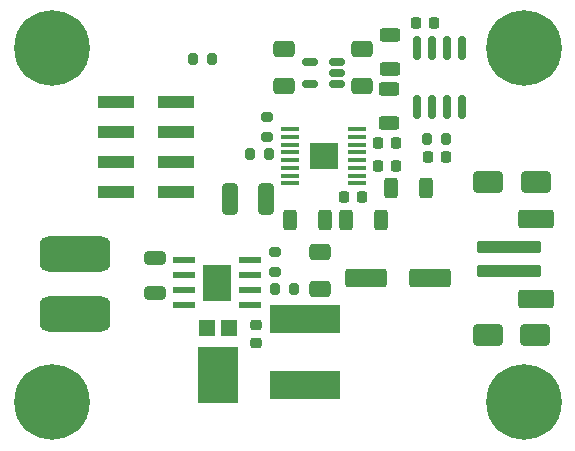
<source format=gts>
G04 #@! TF.GenerationSoftware,KiCad,Pcbnew,(7.0.0)*
G04 #@! TF.CreationDate,2023-04-27T00:17:56+08:00*
G04 #@! TF.ProjectId,DRV-24to12-BrushedMotorDriver,4452562d-3234-4746-9f31-322d42727573,rev?*
G04 #@! TF.SameCoordinates,Original*
G04 #@! TF.FileFunction,Soldermask,Top*
G04 #@! TF.FilePolarity,Negative*
%FSLAX46Y46*%
G04 Gerber Fmt 4.6, Leading zero omitted, Abs format (unit mm)*
G04 Created by KiCad (PCBNEW (7.0.0)) date 2023-04-27 00:17:56*
%MOMM*%
%LPD*%
G01*
G04 APERTURE LIST*
G04 Aperture macros list*
%AMRoundRect*
0 Rectangle with rounded corners*
0 $1 Rounding radius*
0 $2 $3 $4 $5 $6 $7 $8 $9 X,Y pos of 4 corners*
0 Add a 4 corners polygon primitive as box body*
4,1,4,$2,$3,$4,$5,$6,$7,$8,$9,$2,$3,0*
0 Add four circle primitives for the rounded corners*
1,1,$1+$1,$2,$3*
1,1,$1+$1,$4,$5*
1,1,$1+$1,$6,$7*
1,1,$1+$1,$8,$9*
0 Add four rect primitives between the rounded corners*
20,1,$1+$1,$2,$3,$4,$5,0*
20,1,$1+$1,$4,$5,$6,$7,0*
20,1,$1+$1,$6,$7,$8,$9,0*
20,1,$1+$1,$8,$9,$2,$3,0*%
G04 Aperture macros list end*
%ADD10R,3.150000X1.000000*%
%ADD11RoundRect,0.250000X-0.312500X-0.625000X0.312500X-0.625000X0.312500X0.625000X-0.312500X0.625000X0*%
%ADD12RoundRect,0.250000X0.625000X-0.312500X0.625000X0.312500X-0.625000X0.312500X-0.625000X-0.312500X0*%
%ADD13RoundRect,0.250000X-2.500000X0.250000X-2.500000X-0.250000X2.500000X-0.250000X2.500000X0.250000X0*%
%ADD14RoundRect,0.250000X-1.250000X0.550000X-1.250000X-0.550000X1.250000X-0.550000X1.250000X0.550000X0*%
%ADD15R,1.910000X0.610000*%
%ADD16R,1.205000X1.550000*%
%ADD17R,3.360000X4.860000*%
%ADD18R,1.390000X1.400000*%
%ADD19RoundRect,0.250000X-1.000000X-0.650000X1.000000X-0.650000X1.000000X0.650000X-1.000000X0.650000X0*%
%ADD20C,3.600000*%
%ADD21C,6.400000*%
%ADD22RoundRect,0.225000X0.225000X0.250000X-0.225000X0.250000X-0.225000X-0.250000X0.225000X-0.250000X0*%
%ADD23RoundRect,0.200000X-0.200000X-0.275000X0.200000X-0.275000X0.200000X0.275000X-0.200000X0.275000X0*%
%ADD24RoundRect,0.200000X0.200000X0.275000X-0.200000X0.275000X-0.200000X-0.275000X0.200000X-0.275000X0*%
%ADD25RoundRect,0.150000X0.512500X0.150000X-0.512500X0.150000X-0.512500X-0.150000X0.512500X-0.150000X0*%
%ADD26RoundRect,0.250000X-0.650000X0.412500X-0.650000X-0.412500X0.650000X-0.412500X0.650000X0.412500X0*%
%ADD27RoundRect,0.200000X-0.275000X0.200000X-0.275000X-0.200000X0.275000X-0.200000X0.275000X0.200000X0*%
%ADD28RoundRect,0.750000X-2.250000X-0.750000X2.250000X-0.750000X2.250000X0.750000X-2.250000X0.750000X0*%
%ADD29RoundRect,0.250000X0.400000X1.075000X-0.400000X1.075000X-0.400000X-1.075000X0.400000X-1.075000X0*%
%ADD30RoundRect,0.200000X0.275000X-0.200000X0.275000X0.200000X-0.275000X0.200000X-0.275000X-0.200000X0*%
%ADD31R,5.900000X2.450000*%
%ADD32RoundRect,0.150000X0.150000X-0.825000X0.150000X0.825000X-0.150000X0.825000X-0.150000X-0.825000X0*%
%ADD33RoundRect,0.225000X-0.225000X-0.250000X0.225000X-0.250000X0.225000X0.250000X-0.225000X0.250000X0*%
%ADD34RoundRect,0.250000X1.500000X0.550000X-1.500000X0.550000X-1.500000X-0.550000X1.500000X-0.550000X0*%
%ADD35R,2.460000X2.310000*%
%ADD36RoundRect,0.100000X-0.687500X-0.100000X0.687500X-0.100000X0.687500X0.100000X-0.687500X0.100000X0*%
%ADD37RoundRect,0.225000X-0.250000X0.225000X-0.250000X-0.225000X0.250000X-0.225000X0.250000X0.225000X0*%
%ADD38RoundRect,0.250000X0.650000X-0.325000X0.650000X0.325000X-0.650000X0.325000X-0.650000X-0.325000X0*%
G04 APERTURE END LIST*
D10*
X215545621Y-72195797D03*
X210495621Y-72195797D03*
X215545621Y-69655797D03*
X210495621Y-69655797D03*
X215545621Y-67115797D03*
X210495621Y-67115797D03*
X215545621Y-64575797D03*
X210495621Y-64575797D03*
D11*
X229931500Y-74549000D03*
X232856500Y-74549000D03*
D12*
X233680000Y-61787500D03*
X233680000Y-58862500D03*
D13*
X243745000Y-76835000D03*
X243745000Y-78835000D03*
D14*
X245995000Y-74435000D03*
X245995000Y-81235000D03*
D15*
X221810820Y-81785701D03*
X221810820Y-80515701D03*
X221810820Y-79245701D03*
X221810820Y-77975701D03*
X216250820Y-77975701D03*
X216250820Y-79245701D03*
X216250820Y-80515701D03*
X216250820Y-81785701D03*
D16*
X219633320Y-80655701D03*
X219633320Y-79105701D03*
X218428320Y-80655701D03*
X218428320Y-79105701D03*
D17*
X219094320Y-87659701D03*
D18*
X218174320Y-83677701D03*
X220014320Y-83677701D03*
D19*
X241999000Y-71374000D03*
X245999000Y-71374000D03*
D20*
X205000000Y-90000000D03*
D21*
X205000000Y-90000000D03*
D22*
X237376000Y-57912000D03*
X235826000Y-57912000D03*
D23*
X221806000Y-68961000D03*
X223456000Y-68961000D03*
D24*
X218630000Y-60960000D03*
X216980000Y-60960000D03*
D25*
X229138750Y-63033750D03*
X229138750Y-62083750D03*
X229138750Y-61133750D03*
X226863750Y-61133750D03*
X226863750Y-63033750D03*
D26*
X231308750Y-60079250D03*
X231308750Y-63204250D03*
D27*
X223266000Y-65850000D03*
X223266000Y-67500000D03*
D28*
X207010000Y-82550000D03*
D29*
X223191000Y-72771000D03*
X220091000Y-72771000D03*
D26*
X227761321Y-77302202D03*
X227761321Y-80427202D03*
D30*
X223951321Y-78914702D03*
X223951321Y-77264702D03*
D12*
X233586613Y-66354569D03*
X233586613Y-63429569D03*
D31*
X226491320Y-88484701D03*
X226491320Y-82934701D03*
D20*
X245000000Y-90000000D03*
D21*
X245000000Y-90000000D03*
D32*
X235966000Y-64959000D03*
X237236000Y-64959000D03*
X238506000Y-64959000D03*
X239776000Y-64959000D03*
X239776000Y-60009000D03*
X238506000Y-60009000D03*
X237236000Y-60009000D03*
X235966000Y-60009000D03*
D11*
X225232500Y-74549000D03*
X228157500Y-74549000D03*
D33*
X229730000Y-72644000D03*
X231280000Y-72644000D03*
D20*
X205000000Y-60000000D03*
D21*
X205000000Y-60000000D03*
D19*
X241967000Y-84328000D03*
X245967000Y-84328000D03*
D26*
X224704750Y-60079250D03*
X224704750Y-63204250D03*
D20*
X245000000Y-60000000D03*
D21*
X245000000Y-60000000D03*
D34*
X237015000Y-79502000D03*
X231615000Y-79502000D03*
D22*
X234201000Y-68072000D03*
X232651000Y-68072000D03*
D35*
X228031999Y-69159999D03*
D36*
X225169500Y-66885000D03*
X225169500Y-67535000D03*
X225169500Y-68185000D03*
X225169500Y-68835000D03*
X225169500Y-69485000D03*
X225169500Y-70135000D03*
X225169500Y-70785000D03*
X225169500Y-71435000D03*
X230894500Y-71435000D03*
X230894500Y-70785000D03*
X230894500Y-70135000D03*
X230894500Y-69485000D03*
X230894500Y-68835000D03*
X230894500Y-68185000D03*
X230894500Y-67535000D03*
X230894500Y-66885000D03*
D24*
X225538321Y-80375702D03*
X223888321Y-80375702D03*
D11*
X233741500Y-71882000D03*
X236666500Y-71882000D03*
D28*
X207010000Y-77470000D03*
D33*
X232651000Y-69977000D03*
X234201000Y-69977000D03*
D37*
X222300321Y-83410702D03*
X222300321Y-84960702D03*
D23*
X236779000Y-67691000D03*
X238429000Y-67691000D03*
D22*
X238392000Y-69215000D03*
X236842000Y-69215000D03*
D38*
X213791321Y-80707702D03*
X213791321Y-77757702D03*
M02*

</source>
